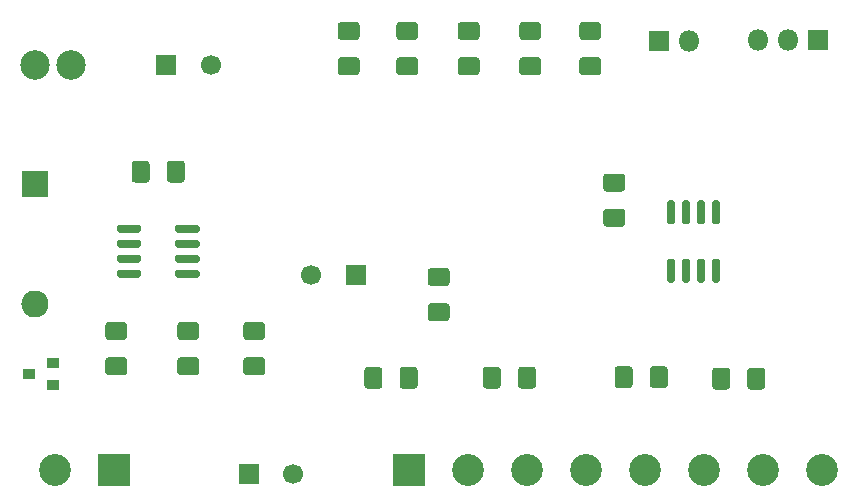
<source format=gbr>
G04 #@! TF.GenerationSoftware,KiCad,Pcbnew,5.1.6*
G04 #@! TF.CreationDate,2020-07-26T18:06:21+03:00*
G04 #@! TF.ProjectId,kicad-hamster-esp8266,6b696361-642d-4686-916d-737465722d65,rev?*
G04 #@! TF.SameCoordinates,Original*
G04 #@! TF.FileFunction,Soldermask,Top*
G04 #@! TF.FilePolarity,Negative*
%FSLAX46Y46*%
G04 Gerber Fmt 4.6, Leading zero omitted, Abs format (unit mm)*
G04 Created by KiCad (PCBNEW 5.1.6) date 2020-07-26 18:06:21*
%MOMM*%
%LPD*%
G01*
G04 APERTURE LIST*
%ADD10O,1.800000X1.800000*%
%ADD11R,1.800000X1.800000*%
%ADD12C,1.700000*%
%ADD13R,1.700000X1.700000*%
%ADD14R,1.000000X0.900000*%
%ADD15C,2.500000*%
%ADD16O,2.300000X2.300000*%
%ADD17R,2.300000X2.300000*%
%ADD18R,2.700000X2.700000*%
%ADD19C,2.700000*%
G04 APERTURE END LIST*
G36*
G01*
X175830000Y-78740000D02*
X176180000Y-78740000D01*
G75*
G02*
X176355000Y-78915000I0J-175000D01*
G01*
X176355000Y-80615000D01*
G75*
G02*
X176180000Y-80790000I-175000J0D01*
G01*
X175830000Y-80790000D01*
G75*
G02*
X175655000Y-80615000I0J175000D01*
G01*
X175655000Y-78915000D01*
G75*
G02*
X175830000Y-78740000I175000J0D01*
G01*
G37*
G36*
G01*
X174560000Y-78740000D02*
X174910000Y-78740000D01*
G75*
G02*
X175085000Y-78915000I0J-175000D01*
G01*
X175085000Y-80615000D01*
G75*
G02*
X174910000Y-80790000I-175000J0D01*
G01*
X174560000Y-80790000D01*
G75*
G02*
X174385000Y-80615000I0J175000D01*
G01*
X174385000Y-78915000D01*
G75*
G02*
X174560000Y-78740000I175000J0D01*
G01*
G37*
G36*
G01*
X173290000Y-78740000D02*
X173640000Y-78740000D01*
G75*
G02*
X173815000Y-78915000I0J-175000D01*
G01*
X173815000Y-80615000D01*
G75*
G02*
X173640000Y-80790000I-175000J0D01*
G01*
X173290000Y-80790000D01*
G75*
G02*
X173115000Y-80615000I0J175000D01*
G01*
X173115000Y-78915000D01*
G75*
G02*
X173290000Y-78740000I175000J0D01*
G01*
G37*
G36*
G01*
X172020000Y-78740000D02*
X172370000Y-78740000D01*
G75*
G02*
X172545000Y-78915000I0J-175000D01*
G01*
X172545000Y-80615000D01*
G75*
G02*
X172370000Y-80790000I-175000J0D01*
G01*
X172020000Y-80790000D01*
G75*
G02*
X171845000Y-80615000I0J175000D01*
G01*
X171845000Y-78915000D01*
G75*
G02*
X172020000Y-78740000I175000J0D01*
G01*
G37*
G36*
G01*
X172020000Y-73790000D02*
X172370000Y-73790000D01*
G75*
G02*
X172545000Y-73965000I0J-175000D01*
G01*
X172545000Y-75665000D01*
G75*
G02*
X172370000Y-75840000I-175000J0D01*
G01*
X172020000Y-75840000D01*
G75*
G02*
X171845000Y-75665000I0J175000D01*
G01*
X171845000Y-73965000D01*
G75*
G02*
X172020000Y-73790000I175000J0D01*
G01*
G37*
G36*
G01*
X173290000Y-73790000D02*
X173640000Y-73790000D01*
G75*
G02*
X173815000Y-73965000I0J-175000D01*
G01*
X173815000Y-75665000D01*
G75*
G02*
X173640000Y-75840000I-175000J0D01*
G01*
X173290000Y-75840000D01*
G75*
G02*
X173115000Y-75665000I0J175000D01*
G01*
X173115000Y-73965000D01*
G75*
G02*
X173290000Y-73790000I175000J0D01*
G01*
G37*
G36*
G01*
X174560000Y-73790000D02*
X174910000Y-73790000D01*
G75*
G02*
X175085000Y-73965000I0J-175000D01*
G01*
X175085000Y-75665000D01*
G75*
G02*
X174910000Y-75840000I-175000J0D01*
G01*
X174560000Y-75840000D01*
G75*
G02*
X174385000Y-75665000I0J175000D01*
G01*
X174385000Y-73965000D01*
G75*
G02*
X174560000Y-73790000I175000J0D01*
G01*
G37*
G36*
G01*
X175830000Y-73790000D02*
X176180000Y-73790000D01*
G75*
G02*
X176355000Y-73965000I0J-175000D01*
G01*
X176355000Y-75665000D01*
G75*
G02*
X176180000Y-75840000I-175000J0D01*
G01*
X175830000Y-75840000D01*
G75*
G02*
X175655000Y-75665000I0J175000D01*
G01*
X175655000Y-73965000D01*
G75*
G02*
X175830000Y-73790000I175000J0D01*
G01*
G37*
G36*
G01*
X130228000Y-76375000D02*
X130228000Y-76025000D01*
G75*
G02*
X130403000Y-75850000I175000J0D01*
G01*
X132103000Y-75850000D01*
G75*
G02*
X132278000Y-76025000I0J-175000D01*
G01*
X132278000Y-76375000D01*
G75*
G02*
X132103000Y-76550000I-175000J0D01*
G01*
X130403000Y-76550000D01*
G75*
G02*
X130228000Y-76375000I0J175000D01*
G01*
G37*
G36*
G01*
X130228000Y-77645000D02*
X130228000Y-77295000D01*
G75*
G02*
X130403000Y-77120000I175000J0D01*
G01*
X132103000Y-77120000D01*
G75*
G02*
X132278000Y-77295000I0J-175000D01*
G01*
X132278000Y-77645000D01*
G75*
G02*
X132103000Y-77820000I-175000J0D01*
G01*
X130403000Y-77820000D01*
G75*
G02*
X130228000Y-77645000I0J175000D01*
G01*
G37*
G36*
G01*
X130228000Y-78915000D02*
X130228000Y-78565000D01*
G75*
G02*
X130403000Y-78390000I175000J0D01*
G01*
X132103000Y-78390000D01*
G75*
G02*
X132278000Y-78565000I0J-175000D01*
G01*
X132278000Y-78915000D01*
G75*
G02*
X132103000Y-79090000I-175000J0D01*
G01*
X130403000Y-79090000D01*
G75*
G02*
X130228000Y-78915000I0J175000D01*
G01*
G37*
G36*
G01*
X130228000Y-80185000D02*
X130228000Y-79835000D01*
G75*
G02*
X130403000Y-79660000I175000J0D01*
G01*
X132103000Y-79660000D01*
G75*
G02*
X132278000Y-79835000I0J-175000D01*
G01*
X132278000Y-80185000D01*
G75*
G02*
X132103000Y-80360000I-175000J0D01*
G01*
X130403000Y-80360000D01*
G75*
G02*
X130228000Y-80185000I0J175000D01*
G01*
G37*
G36*
G01*
X125278000Y-80185000D02*
X125278000Y-79835000D01*
G75*
G02*
X125453000Y-79660000I175000J0D01*
G01*
X127153000Y-79660000D01*
G75*
G02*
X127328000Y-79835000I0J-175000D01*
G01*
X127328000Y-80185000D01*
G75*
G02*
X127153000Y-80360000I-175000J0D01*
G01*
X125453000Y-80360000D01*
G75*
G02*
X125278000Y-80185000I0J175000D01*
G01*
G37*
G36*
G01*
X125278000Y-78915000D02*
X125278000Y-78565000D01*
G75*
G02*
X125453000Y-78390000I175000J0D01*
G01*
X127153000Y-78390000D01*
G75*
G02*
X127328000Y-78565000I0J-175000D01*
G01*
X127328000Y-78915000D01*
G75*
G02*
X127153000Y-79090000I-175000J0D01*
G01*
X125453000Y-79090000D01*
G75*
G02*
X125278000Y-78915000I0J175000D01*
G01*
G37*
G36*
G01*
X125278000Y-77645000D02*
X125278000Y-77295000D01*
G75*
G02*
X125453000Y-77120000I175000J0D01*
G01*
X127153000Y-77120000D01*
G75*
G02*
X127328000Y-77295000I0J-175000D01*
G01*
X127328000Y-77645000D01*
G75*
G02*
X127153000Y-77820000I-175000J0D01*
G01*
X125453000Y-77820000D01*
G75*
G02*
X125278000Y-77645000I0J175000D01*
G01*
G37*
G36*
G01*
X125278000Y-76375000D02*
X125278000Y-76025000D01*
G75*
G02*
X125453000Y-75850000I175000J0D01*
G01*
X127153000Y-75850000D01*
G75*
G02*
X127328000Y-76025000I0J-175000D01*
G01*
X127328000Y-76375000D01*
G75*
G02*
X127153000Y-76550000I-175000J0D01*
G01*
X125453000Y-76550000D01*
G75*
G02*
X125278000Y-76375000I0J175000D01*
G01*
G37*
D10*
X173736000Y-60325000D03*
D11*
X171196000Y-60325000D03*
G36*
G01*
X149207500Y-89497456D02*
X149207500Y-88182544D01*
G75*
G02*
X149475044Y-87915000I267544J0D01*
G01*
X150464956Y-87915000D01*
G75*
G02*
X150732500Y-88182544I0J-267544D01*
G01*
X150732500Y-89497456D01*
G75*
G02*
X150464956Y-89765000I-267544J0D01*
G01*
X149475044Y-89765000D01*
G75*
G02*
X149207500Y-89497456I0J267544D01*
G01*
G37*
G36*
G01*
X146232500Y-89497456D02*
X146232500Y-88182544D01*
G75*
G02*
X146500044Y-87915000I267544J0D01*
G01*
X147489956Y-87915000D01*
G75*
G02*
X147757500Y-88182544I0J-267544D01*
G01*
X147757500Y-89497456D01*
G75*
G02*
X147489956Y-89765000I-267544J0D01*
G01*
X146500044Y-89765000D01*
G75*
G02*
X146232500Y-89497456I0J267544D01*
G01*
G37*
G36*
G01*
X159235000Y-89477456D02*
X159235000Y-88162544D01*
G75*
G02*
X159502544Y-87895000I267544J0D01*
G01*
X160492456Y-87895000D01*
G75*
G02*
X160760000Y-88162544I0J-267544D01*
G01*
X160760000Y-89477456D01*
G75*
G02*
X160492456Y-89745000I-267544J0D01*
G01*
X159502544Y-89745000D01*
G75*
G02*
X159235000Y-89477456I0J267544D01*
G01*
G37*
G36*
G01*
X156260000Y-89477456D02*
X156260000Y-88162544D01*
G75*
G02*
X156527544Y-87895000I267544J0D01*
G01*
X157517456Y-87895000D01*
G75*
G02*
X157785000Y-88162544I0J-267544D01*
G01*
X157785000Y-89477456D01*
G75*
G02*
X157517456Y-89745000I-267544J0D01*
G01*
X156527544Y-89745000D01*
G75*
G02*
X156260000Y-89477456I0J267544D01*
G01*
G37*
G36*
G01*
X170397000Y-89430456D02*
X170397000Y-88115544D01*
G75*
G02*
X170664544Y-87848000I267544J0D01*
G01*
X171654456Y-87848000D01*
G75*
G02*
X171922000Y-88115544I0J-267544D01*
G01*
X171922000Y-89430456D01*
G75*
G02*
X171654456Y-89698000I-267544J0D01*
G01*
X170664544Y-89698000D01*
G75*
G02*
X170397000Y-89430456I0J267544D01*
G01*
G37*
G36*
G01*
X167422000Y-89430456D02*
X167422000Y-88115544D01*
G75*
G02*
X167689544Y-87848000I267544J0D01*
G01*
X168679456Y-87848000D01*
G75*
G02*
X168947000Y-88115544I0J-267544D01*
G01*
X168947000Y-89430456D01*
G75*
G02*
X168679456Y-89698000I-267544J0D01*
G01*
X167689544Y-89698000D01*
G75*
G02*
X167422000Y-89430456I0J267544D01*
G01*
G37*
G36*
G01*
X178652000Y-89557456D02*
X178652000Y-88242544D01*
G75*
G02*
X178919544Y-87975000I267544J0D01*
G01*
X179909456Y-87975000D01*
G75*
G02*
X180177000Y-88242544I0J-267544D01*
G01*
X180177000Y-89557456D01*
G75*
G02*
X179909456Y-89825000I-267544J0D01*
G01*
X178919544Y-89825000D01*
G75*
G02*
X178652000Y-89557456I0J267544D01*
G01*
G37*
G36*
G01*
X175677000Y-89557456D02*
X175677000Y-88242544D01*
G75*
G02*
X175944544Y-87975000I267544J0D01*
G01*
X176934456Y-87975000D01*
G75*
G02*
X177202000Y-88242544I0J-267544D01*
G01*
X177202000Y-89557456D01*
G75*
G02*
X176934456Y-89825000I-267544J0D01*
G01*
X175944544Y-89825000D01*
G75*
G02*
X175677000Y-89557456I0J267544D01*
G01*
G37*
G36*
G01*
X164696544Y-61685000D02*
X166011456Y-61685000D01*
G75*
G02*
X166279000Y-61952544I0J-267544D01*
G01*
X166279000Y-62942456D01*
G75*
G02*
X166011456Y-63210000I-267544J0D01*
G01*
X164696544Y-63210000D01*
G75*
G02*
X164429000Y-62942456I0J267544D01*
G01*
X164429000Y-61952544D01*
G75*
G02*
X164696544Y-61685000I267544J0D01*
G01*
G37*
G36*
G01*
X164696544Y-58710000D02*
X166011456Y-58710000D01*
G75*
G02*
X166279000Y-58977544I0J-267544D01*
G01*
X166279000Y-59967456D01*
G75*
G02*
X166011456Y-60235000I-267544J0D01*
G01*
X164696544Y-60235000D01*
G75*
G02*
X164429000Y-59967456I0J267544D01*
G01*
X164429000Y-58977544D01*
G75*
G02*
X164696544Y-58710000I267544J0D01*
G01*
G37*
G36*
G01*
X166728544Y-74512000D02*
X168043456Y-74512000D01*
G75*
G02*
X168311000Y-74779544I0J-267544D01*
G01*
X168311000Y-75769456D01*
G75*
G02*
X168043456Y-76037000I-267544J0D01*
G01*
X166728544Y-76037000D01*
G75*
G02*
X166461000Y-75769456I0J267544D01*
G01*
X166461000Y-74779544D01*
G75*
G02*
X166728544Y-74512000I267544J0D01*
G01*
G37*
G36*
G01*
X166728544Y-71537000D02*
X168043456Y-71537000D01*
G75*
G02*
X168311000Y-71804544I0J-267544D01*
G01*
X168311000Y-72794456D01*
G75*
G02*
X168043456Y-73062000I-267544J0D01*
G01*
X166728544Y-73062000D01*
G75*
G02*
X166461000Y-72794456I0J267544D01*
G01*
X166461000Y-71804544D01*
G75*
G02*
X166728544Y-71537000I267544J0D01*
G01*
G37*
G36*
G01*
X144249544Y-61685000D02*
X145564456Y-61685000D01*
G75*
G02*
X145832000Y-61952544I0J-267544D01*
G01*
X145832000Y-62942456D01*
G75*
G02*
X145564456Y-63210000I-267544J0D01*
G01*
X144249544Y-63210000D01*
G75*
G02*
X143982000Y-62942456I0J267544D01*
G01*
X143982000Y-61952544D01*
G75*
G02*
X144249544Y-61685000I267544J0D01*
G01*
G37*
G36*
G01*
X144249544Y-58710000D02*
X145564456Y-58710000D01*
G75*
G02*
X145832000Y-58977544I0J-267544D01*
G01*
X145832000Y-59967456D01*
G75*
G02*
X145564456Y-60235000I-267544J0D01*
G01*
X144249544Y-60235000D01*
G75*
G02*
X143982000Y-59967456I0J267544D01*
G01*
X143982000Y-58977544D01*
G75*
G02*
X144249544Y-58710000I267544J0D01*
G01*
G37*
G36*
G01*
X150517456Y-60235000D02*
X149202544Y-60235000D01*
G75*
G02*
X148935000Y-59967456I0J267544D01*
G01*
X148935000Y-58977544D01*
G75*
G02*
X149202544Y-58710000I267544J0D01*
G01*
X150517456Y-58710000D01*
G75*
G02*
X150785000Y-58977544I0J-267544D01*
G01*
X150785000Y-59967456D01*
G75*
G02*
X150517456Y-60235000I-267544J0D01*
G01*
G37*
G36*
G01*
X150517456Y-63210000D02*
X149202544Y-63210000D01*
G75*
G02*
X148935000Y-62942456I0J267544D01*
G01*
X148935000Y-61952544D01*
G75*
G02*
X149202544Y-61685000I267544J0D01*
G01*
X150517456Y-61685000D01*
G75*
G02*
X150785000Y-61952544I0J-267544D01*
G01*
X150785000Y-62942456D01*
G75*
G02*
X150517456Y-63210000I-267544J0D01*
G01*
G37*
G36*
G01*
X154409544Y-61685000D02*
X155724456Y-61685000D01*
G75*
G02*
X155992000Y-61952544I0J-267544D01*
G01*
X155992000Y-62942456D01*
G75*
G02*
X155724456Y-63210000I-267544J0D01*
G01*
X154409544Y-63210000D01*
G75*
G02*
X154142000Y-62942456I0J267544D01*
G01*
X154142000Y-61952544D01*
G75*
G02*
X154409544Y-61685000I267544J0D01*
G01*
G37*
G36*
G01*
X154409544Y-58710000D02*
X155724456Y-58710000D01*
G75*
G02*
X155992000Y-58977544I0J-267544D01*
G01*
X155992000Y-59967456D01*
G75*
G02*
X155724456Y-60235000I-267544J0D01*
G01*
X154409544Y-60235000D01*
G75*
G02*
X154142000Y-59967456I0J267544D01*
G01*
X154142000Y-58977544D01*
G75*
G02*
X154409544Y-58710000I267544J0D01*
G01*
G37*
G36*
G01*
X160931456Y-60235000D02*
X159616544Y-60235000D01*
G75*
G02*
X159349000Y-59967456I0J267544D01*
G01*
X159349000Y-58977544D01*
G75*
G02*
X159616544Y-58710000I267544J0D01*
G01*
X160931456Y-58710000D01*
G75*
G02*
X161199000Y-58977544I0J-267544D01*
G01*
X161199000Y-59967456D01*
G75*
G02*
X160931456Y-60235000I-267544J0D01*
G01*
G37*
G36*
G01*
X160931456Y-63210000D02*
X159616544Y-63210000D01*
G75*
G02*
X159349000Y-62942456I0J267544D01*
G01*
X159349000Y-61952544D01*
G75*
G02*
X159616544Y-61685000I267544J0D01*
G01*
X160931456Y-61685000D01*
G75*
G02*
X161199000Y-61952544I0J-267544D01*
G01*
X161199000Y-62942456D01*
G75*
G02*
X160931456Y-63210000I-267544J0D01*
G01*
G37*
D12*
X141742000Y-80137000D03*
D13*
X145542000Y-80137000D03*
G36*
G01*
X153184456Y-81063000D02*
X151869544Y-81063000D01*
G75*
G02*
X151602000Y-80795456I0J267544D01*
G01*
X151602000Y-79805544D01*
G75*
G02*
X151869544Y-79538000I267544J0D01*
G01*
X153184456Y-79538000D01*
G75*
G02*
X153452000Y-79805544I0J-267544D01*
G01*
X153452000Y-80795456D01*
G75*
G02*
X153184456Y-81063000I-267544J0D01*
G01*
G37*
G36*
G01*
X153184456Y-84038000D02*
X151869544Y-84038000D01*
G75*
G02*
X151602000Y-83770456I0J267544D01*
G01*
X151602000Y-82780544D01*
G75*
G02*
X151869544Y-82513000I267544J0D01*
G01*
X153184456Y-82513000D01*
G75*
G02*
X153452000Y-82780544I0J-267544D01*
G01*
X153452000Y-83770456D01*
G75*
G02*
X153184456Y-84038000I-267544J0D01*
G01*
G37*
G36*
G01*
X136248544Y-87085000D02*
X137563456Y-87085000D01*
G75*
G02*
X137831000Y-87352544I0J-267544D01*
G01*
X137831000Y-88342456D01*
G75*
G02*
X137563456Y-88610000I-267544J0D01*
G01*
X136248544Y-88610000D01*
G75*
G02*
X135981000Y-88342456I0J267544D01*
G01*
X135981000Y-87352544D01*
G75*
G02*
X136248544Y-87085000I267544J0D01*
G01*
G37*
G36*
G01*
X136248544Y-84110000D02*
X137563456Y-84110000D01*
G75*
G02*
X137831000Y-84377544I0J-267544D01*
G01*
X137831000Y-85367456D01*
G75*
G02*
X137563456Y-85635000I-267544J0D01*
G01*
X136248544Y-85635000D01*
G75*
G02*
X135981000Y-85367456I0J267544D01*
G01*
X135981000Y-84377544D01*
G75*
G02*
X136248544Y-84110000I267544J0D01*
G01*
G37*
G36*
G01*
X130660544Y-87085000D02*
X131975456Y-87085000D01*
G75*
G02*
X132243000Y-87352544I0J-267544D01*
G01*
X132243000Y-88342456D01*
G75*
G02*
X131975456Y-88610000I-267544J0D01*
G01*
X130660544Y-88610000D01*
G75*
G02*
X130393000Y-88342456I0J267544D01*
G01*
X130393000Y-87352544D01*
G75*
G02*
X130660544Y-87085000I267544J0D01*
G01*
G37*
G36*
G01*
X130660544Y-84110000D02*
X131975456Y-84110000D01*
G75*
G02*
X132243000Y-84377544I0J-267544D01*
G01*
X132243000Y-85367456D01*
G75*
G02*
X131975456Y-85635000I-267544J0D01*
G01*
X130660544Y-85635000D01*
G75*
G02*
X130393000Y-85367456I0J267544D01*
G01*
X130393000Y-84377544D01*
G75*
G02*
X130660544Y-84110000I267544J0D01*
G01*
G37*
G36*
G01*
X128053000Y-70716544D02*
X128053000Y-72031456D01*
G75*
G02*
X127785456Y-72299000I-267544J0D01*
G01*
X126795544Y-72299000D01*
G75*
G02*
X126528000Y-72031456I0J267544D01*
G01*
X126528000Y-70716544D01*
G75*
G02*
X126795544Y-70449000I267544J0D01*
G01*
X127785456Y-70449000D01*
G75*
G02*
X128053000Y-70716544I0J-267544D01*
G01*
G37*
G36*
G01*
X131028000Y-70716544D02*
X131028000Y-72031456D01*
G75*
G02*
X130760456Y-72299000I-267544J0D01*
G01*
X129770544Y-72299000D01*
G75*
G02*
X129503000Y-72031456I0J267544D01*
G01*
X129503000Y-70716544D01*
G75*
G02*
X129770544Y-70449000I267544J0D01*
G01*
X130760456Y-70449000D01*
G75*
G02*
X131028000Y-70716544I0J-267544D01*
G01*
G37*
D14*
X117872000Y-88519000D03*
X119872000Y-87569000D03*
X119872000Y-89469000D03*
D15*
X121364000Y-62357000D03*
X118364000Y-62357000D03*
D10*
X179578000Y-60198000D03*
X182118000Y-60198000D03*
D11*
X184658000Y-60198000D03*
D16*
X118364000Y-82550000D03*
D17*
X118364000Y-72390000D03*
D12*
X133213000Y-62357000D03*
D13*
X129413000Y-62357000D03*
G36*
G01*
X124564544Y-87085000D02*
X125879456Y-87085000D01*
G75*
G02*
X126147000Y-87352544I0J-267544D01*
G01*
X126147000Y-88342456D01*
G75*
G02*
X125879456Y-88610000I-267544J0D01*
G01*
X124564544Y-88610000D01*
G75*
G02*
X124297000Y-88342456I0J267544D01*
G01*
X124297000Y-87352544D01*
G75*
G02*
X124564544Y-87085000I267544J0D01*
G01*
G37*
G36*
G01*
X124564544Y-84110000D02*
X125879456Y-84110000D01*
G75*
G02*
X126147000Y-84377544I0J-267544D01*
G01*
X126147000Y-85367456D01*
G75*
G02*
X125879456Y-85635000I-267544J0D01*
G01*
X124564544Y-85635000D01*
G75*
G02*
X124297000Y-85367456I0J267544D01*
G01*
X124297000Y-84377544D01*
G75*
G02*
X124564544Y-84110000I267544J0D01*
G01*
G37*
D12*
X140230000Y-97010000D03*
D13*
X136430000Y-97010000D03*
D18*
X125000000Y-96650000D03*
D19*
X120000000Y-96650000D03*
D18*
X150000000Y-96650000D03*
D19*
X155000000Y-96650000D03*
X160000000Y-96650000D03*
X165000000Y-96650000D03*
X170000000Y-96650000D03*
X175000000Y-96650000D03*
X180000000Y-96650000D03*
X185000000Y-96650000D03*
M02*

</source>
